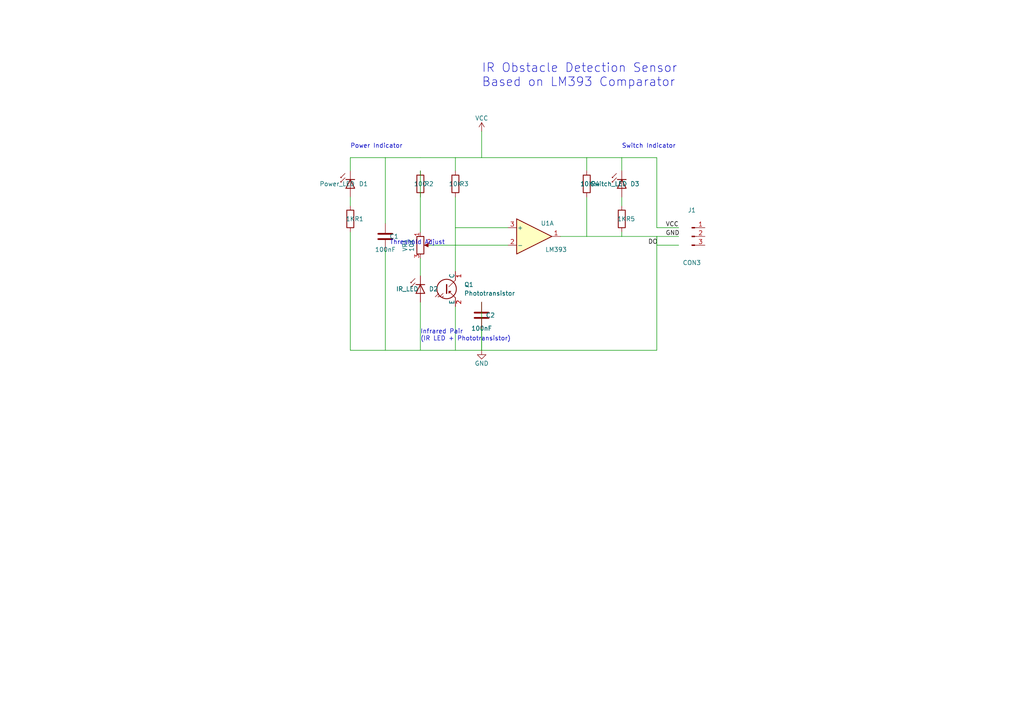
<source format=kicad_sch>
(kicad_sch (version 20231120) (generator "eeschema") (generator_version "8.0")
  (paper "A4")
  (title_block (title "IR Obstacle Detection Sensor") (date "2026-01-29") (company ""))
  (lib_symbols
    (symbol "Device:R" (pin_numbers hide) (pin_names (offset 0))
      (property "Reference" "R" (at 2.032 0 90))
      (property "Value" "R" (at 0 0 90))
      (symbol "R_0_1"
        (rectangle (start -1.016 -2.54) (end 1.016 2.54) (stroke (width 0.254)))
      )
      (symbol "R_1_1"
        (pin passive line (at 0 3.81 270) (length 1.27) (name "~") (number "1"))
        (pin passive line (at 0 -3.81 90) (length 1.27) (name "~") (number "2"))
      )
    )
    (symbol "Device:R_POT" (pin_names (offset 1.016) hide)
      (property "Reference" "VR" (at -4.445 0 90))
      (property "Value" "R_POT" (at -2.54 0 90))
      (symbol "R_POT_0_1"
        (polyline (pts (xy 2.54 0) (xy 1.524 0)))
        (polyline (pts (xy 1.143 0) (xy 2.286 0.508) (xy 2.286 -0.508) (xy 1.143 0)) (fill (type outline)))
        (rectangle (start 1.016 2.54) (end -1.016 -2.54) (stroke (width 0.254)))
      )
      (symbol "R_POT_1_1"
        (pin passive line (at 0 3.81 270) (length 1.27) (name "1") (number "1"))
        (pin passive line (at 2.54 0 180) (length 0) (name "2") (number "2"))
        (pin passive line (at 0 -3.81 90) (length 1.27) (name "3") (number "3"))
      )
    )
    (symbol "Device:C" (pin_numbers hide) (pin_names (offset 0.254))
      (property "Reference" "C" (at 0.635 2.54 0))
      (property "Value" "C" (at 0.635 -2.54 0))
      (symbol "C_0_1"
        (polyline (pts (xy -2.032 -0.762) (xy 2.032 -0.762)) (stroke (width 0.508)))
        (polyline (pts (xy -2.032 0.762) (xy 2.032 0.762)) (stroke (width 0.508)))
      )
      (symbol "C_1_1"
        (pin passive line (at 0 3.81 270) (length 2.794) (name "~") (number "1"))
        (pin passive line (at 0 -3.81 90) (length 2.794) (name "~") (number "2"))
      )
    )
    (symbol "Device:LED" (pin_numbers hide) (pin_names (offset 1.016) hide)
      (property "Reference" "D" (at 0 2.54 0))
      (property "Value" "LED" (at 0 -2.54 0))
      (symbol "LED_0_1"
        (polyline (pts (xy -1.27 -1.27) (xy -1.27 1.27)) (stroke (width 0.254)))
        (polyline (pts (xy -1.27 0) (xy 1.27 0)))
        (polyline (pts (xy 1.27 -1.27) (xy 1.27 1.27) (xy -1.27 0) (xy 1.27 -1.27)) (stroke (width 0.254)))
        (polyline (pts (xy -3.048 -1.524) (xy -1.778 -2.794)))
        (polyline (pts (xy -1.778 -1.524) (xy -0.508 -2.794)))
        (polyline (pts (xy -2.032 -2.794) (xy -1.778 -2.794) (xy -1.778 -2.54)))
        (polyline (pts (xy -0.762 -2.794) (xy -0.508 -2.794) (xy -0.508 -2.54)))
      )
      (symbol "LED_1_1"
        (pin passive line (at -3.81 0 0) (length 2.54) (name "K") (number "1"))
        (pin passive line (at 3.81 0 180) (length 2.54) (name "A") (number "2"))
      )
    )
    (symbol "Comparator:LM393" (pin_names (offset 0.127))
      (property "Reference" "U" (at 3.81 3.81 0))
      (property "Value" "LM393" (at 6.35 -3.81 0))
      (symbol "LM393_1_1"
        (polyline (pts (xy -5.08 5.08) (xy -5.08 -5.08) (xy 5.08 0) (xy -5.08 5.08)) (stroke (width 0.254)) (fill (type background)))
        (pin output line (at 7.62 0 180) (length 2.54) (name "~") (number "1"))
        (pin input line (at -7.62 -2.54 0) (length 2.54) (name "-") (number "2"))
        (pin input line (at -7.62 2.54 0) (length 2.54) (name "+") (number "3"))
      )
      (symbol "LM393_2_1"
        (polyline (pts (xy -5.08 5.08) (xy -5.08 -5.08) (xy 5.08 0) (xy -5.08 5.08)) (stroke (width 0.254)) (fill (type background)))
        (pin input line (at -7.62 2.54 0) (length 2.54) (name "+") (number "5"))
        (pin input line (at -7.62 -2.54 0) (length 2.54) (name "-") (number "6"))
        (pin output line (at 7.62 0 180) (length 2.54) (name "~") (number "7"))
      )
      (symbol "LM393_3_1"
        (pin power_in line (at -2.54 -7.62 90) (length 3.81) (name "V-") (number "4"))
        (pin power_in line (at -2.54 7.62 270) (length 3.81) (name "V+") (number "8"))
      )
    )
    (symbol "Connector:Conn_01x03_Pin" (pin_names (offset 1.016) hide)
      (property "Reference" "J" (at 0 5.08 0))
      (property "Value" "Conn_01x03_Pin" (at 0 -5.08 0))
      (symbol "Conn_01x03_Pin_1_1"
        (polyline (pts (xy 1.27 -2.54) (xy 0.8636 -2.54)) (stroke (width 0.1524)))
        (polyline (pts (xy 1.27 0) (xy 0.8636 0)) (stroke (width 0.1524)))
        (polyline (pts (xy 1.27 2.54) (xy 0.8636 2.54)) (stroke (width 0.1524)))
        (rectangle (start 0.8636 -2.413) (end 0 -2.667) (stroke (width 0.1524)) (fill (type outline)))
        (rectangle (start 0.8636 0.127) (end 0 -0.127) (stroke (width 0.1524)) (fill (type outline)))
        (rectangle (start 0.8636 2.667) (end 0 2.413) (stroke (width 0.1524)) (fill (type outline)))
        (pin passive line (at 3.81 2.54 180) (length 2.54) (name "Pin_1") (number "1"))
        (pin passive line (at 3.81 0 180) (length 2.54) (name "Pin_2") (number "2"))
        (pin passive line (at 3.81 -2.54 180) (length 2.54) (name "Pin_3") (number "3"))
      )
    )
    (symbol "Device:Q_Photo_NPN" (pin_names (offset 0))
      (property "Reference" "Q" (at 5.08 1.905 0))
      (property "Value" "Q_Photo_NPN" (at 5.08 0 0))
      (symbol "Q_Photo_NPN_0_1"
        (polyline (pts (xy -2.286 -1.27) (xy -3.302 -2.286)))
        (polyline (pts (xy -1.016 -1.27) (xy -2.032 -2.286)))
        (polyline (pts (xy 0.635 0.635) (xy 2.54 2.54)))
        (polyline (pts (xy 2.286 -2.286) (xy 2.54 -2.54)))
        (polyline (pts (xy 2.54 -2.54) (xy 0.635 -0.635)))
        (polyline (pts (xy -2.54 -2.286) (xy -2.286 -2.286) (xy -2.286 -2.032)))
        (polyline (pts (xy -1.27 -2.286) (xy -1.016 -2.286) (xy -1.016 -2.032)))
        (polyline (pts (xy 0.635 -0.635) (xy 1.27 -0.635) (xy 0.635 -1.27) (xy 0.635 -0.635)) (fill (type outline)))
        (circle (center 0 0) (radius 2.8194) (stroke (width 0.254)))
        (polyline (pts (xy 0 1.27) (xy 0 -1.27)) (stroke (width 0.3556)))
      )
      (symbol "Q_Photo_NPN_1_1"
        (pin passive line (at 2.54 5.08 270) (length 2.54) (name "C") (number "1"))
        (pin passive line (at 2.54 -5.08 90) (length 2.54) (name "E") (number "2"))
      )
    )
    (symbol "power:VCC" (power) (pin_numbers hide) (pin_names (offset 0) hide)
      (property "Value" "VCC" (at 0 3.81 0))
      (symbol "VCC_0_1"
        (polyline (pts (xy -0.762 1.27) (xy 0 2.54)))
        (polyline (pts (xy 0 0) (xy 0 2.54)))
        (polyline (pts (xy 0 2.54) (xy 0.762 1.27)))
      )
      (symbol "VCC_1_1"
        (pin power_in line (at 0 0 90) (length 0) (name "VCC") (number "1"))
      )
    )
    (symbol "power:GND" (power) (pin_numbers hide) (pin_names (offset 0) hide)
      (property "Value" "GND" (at 0 -3.81 0))
      (symbol "GND_0_1"
        (polyline (pts (xy 0 0) (xy 0 -1.27) (xy 1.27 -1.27) (xy 0 -2.54) (xy -1.27 -1.27) (xy 0 -1.27)))
      )
      (symbol "GND_1_1"
        (pin power_in line (at 0 0 270) (length 0) (name "GND") (number "1"))
      )
    )
  )
  (symbol (lib_id "power:VCC") (at 139.7 38.1 0) (unit 1)
    (property "Reference" "#PWR01" (effects hide))
    (property "Value" "VCC" (at 139.7 34.29 0))
  )
  (symbol (lib_id "Device:LED") (at 101.6 53.34 270) (unit 1)
    (property "Reference" "D1" (at 105.41 53.34 90))
    (property "Value" "Power_LED" (at 97.79 53.34 90))
  )
  (symbol (lib_id "Device:R") (at 101.6 63.5 0) (unit 1)
    (property "Reference" "R1" (at 104.14 63.5 0))
    (property "Value" "1K" (at 101.6 63.5 0))
  )
  (symbol (lib_id "Device:C") (at 111.76 68.58 0) (unit 1)
    (property "Reference" "C1" (at 114.3 68.58 0))
    (property "Value" "100nF" (at 111.76 72.39 0))
  )
  (symbol (lib_id "Device:R") (at 121.92 53.34 0) (unit 1)
    (property "Reference" "R2" (at 124.46 53.34 0))
    (property "Value" "100" (at 121.92 53.34 0))
  )
  (symbol (lib_id "Device:R") (at 132.08 53.34 0) (unit 1)
    (property "Reference" "R3" (at 134.62 53.34 0))
    (property "Value" "10K" (at 132.08 53.34 0))
  )
  (symbol (lib_id "Device:R_POT") (at 121.92 71.12 0) (unit 1)
    (property "Reference" "VR1" (at 117.475 71.12 90))
    (property "Value" "10K" (at 119.38 71.12 90))
  )
  (symbol (lib_id "Device:LED") (at 121.92 83.82 270) (unit 1)
    (property "Reference" "D2" (at 125.73 83.82 90))
    (property "Value" "IR_LED" (at 118.11 83.82 90))
  )
  (symbol (lib_id "Device:Q_Photo_NPN") (at 129.54 83.82 0) (unit 1)
    (property "Reference" "Q1" (at 134.62 82.55 0) (effects (justify left)))
    (property "Value" "Phototransistor" (at 134.62 85.09 0) (effects (justify left)))
  )
  (symbol (lib_id "Device:C") (at 139.7 91.44 0) (unit 1)
    (property "Reference" "C2" (at 142.24 91.44 0))
    (property "Value" "100nF" (at 139.7 95.25 0))
  )
  (symbol (lib_id "Comparator:LM393") (at 154.94 68.58 0) (unit 1)
    (property "Reference" "U1" (at 158.75 64.77 0))
    (property "Value" "LM393" (at 161.29 72.39 0))
  )
  (symbol (lib_id "Device:R") (at 170.18 53.34 0) (unit 1)
    (property "Reference" "R4" (at 172.72 53.34 0))
    (property "Value" "10K" (at 170.18 53.34 0))
  )
  (symbol (lib_id "Device:LED") (at 180.34 53.34 270) (unit 1)
    (property "Reference" "D3" (at 184.15 53.34 90))
    (property "Value" "Switch_LED" (at 176.53 53.34 90))
  )
  (symbol (lib_id "Device:R") (at 180.34 63.5 0) (unit 1)
    (property "Reference" "R5" (at 182.88 63.5 0))
    (property "Value" "1K" (at 180.34 63.5 0))
  )
  (symbol (lib_id "Connector:Conn_01x03_Pin") (at 200.66 68.58 0) (unit 1)
    (property "Reference" "J1" (at 200.66 60.96 0))
    (property "Value" "CON3" (at 200.66 76.2 0))
  )
  (symbol (lib_id "power:GND") (at 139.7 101.6 0) (unit 1)
    (property "Reference" "#PWR02" (effects hide))
    (property "Value" "GND" (at 139.7 105.41 0))
  )
  (wire (pts (xy 139.7 38.1) (xy 139.7 45.72)))
  (wire (pts (xy 101.6 45.72) (xy 101.6 49.53)))
  (wire (pts (xy 101.6 57.15) (xy 101.6 59.69)))
  (wire (pts (xy 101.6 67.31) (xy 101.6 101.6)))
  (wire (pts (xy 111.76 64.77) (xy 111.76 45.72)))
  (wire (pts (xy 111.76 72.39) (xy 111.76 101.6)))
  (wire (pts (xy 121.92 49.53) (xy 121.92 57.15)))
  (wire (pts (xy 121.92 57.15) (xy 121.92 67.31)))
  (wire (pts (xy 121.92 74.93) (xy 121.92 80.01)))
  (wire (pts (xy 121.92 87.63) (xy 121.92 101.6)))
  (wire (pts (xy 132.08 49.53) (xy 132.08 45.72)))
  (wire (pts (xy 132.08 57.15) (xy 132.08 66.04)))
  (wire (pts (xy 132.08 66.04) (xy 147.32 66.04)))
  (wire (pts (xy 132.08 78.74) (xy 132.08 66.04)))
  (wire (pts (xy 132.08 88.9) (xy 132.08 101.6)))
  (wire (pts (xy 139.7 87.63) (xy 139.7 101.6)))
  (wire (pts (xy 139.7 95.25) (xy 139.7 101.6)))
  (wire (pts (xy 124.46 71.12) (xy 147.32 71.12)))
  (wire (pts (xy 162.56 68.58) (xy 170.18 68.58)))
  (wire (pts (xy 170.18 49.53) (xy 170.18 45.72)))
  (wire (pts (xy 170.18 57.15) (xy 170.18 68.58)))
  (wire (pts (xy 180.34 45.72) (xy 180.34 49.53)))
  (wire (pts (xy 180.34 57.15) (xy 180.34 59.69)))
  (wire (pts (xy 180.34 67.31) (xy 180.34 68.58)))
  (wire (pts (xy 170.18 68.58) (xy 180.34 68.58)))
  (wire (pts (xy 180.34 68.58) (xy 190.5 68.58)))
  (wire (pts (xy 190.5 68.58) (xy 190.5 71.12)))
  (wire (pts (xy 190.5 71.12) (xy 196.85 71.12)))
  (wire (pts (xy 190.5 45.72) (xy 190.5 66.04)))
  (wire (pts (xy 190.5 66.04) (xy 196.85 66.04)))
  (wire (pts (xy 101.6 45.72) (xy 111.76 45.72)))
  (wire (pts (xy 111.76 45.72) (xy 121.92 45.72)))
  (wire (pts (xy 121.92 45.72) (xy 132.08 45.72)))
  (wire (pts (xy 132.08 45.72) (xy 139.7 45.72)))
  (wire (pts (xy 139.7 45.72) (xy 170.18 45.72)))
  (wire (pts (xy 170.18 45.72) (xy 180.34 45.72)))
  (wire (pts (xy 180.34 45.72) (xy 190.5 45.72)))
  (wire (pts (xy 101.6 101.6) (xy 111.76 101.6)))
  (wire (pts (xy 111.76 101.6) (xy 121.92 101.6)))
  (wire (pts (xy 121.92 101.6) (xy 132.08 101.6)))
  (wire (pts (xy 132.08 101.6) (xy 139.7 101.6)))
  (wire (pts (xy 139.7 101.6) (xy 190.5 101.6)))
  (wire (pts (xy 190.5 101.6) (xy 190.5 68.58)))
  (wire (pts (xy 190.5 68.58) (xy 196.85 68.58)))
  (text "IR Obstacle Detection Sensor\nBased on LM393 Comparator" (at 139.7 25.4 0) (effects (font (size 2.54 2.54)) (justify left bottom)))
  (text "Power Indicator" (at 101.6 43.18 0) (effects (font (size 1.27 1.27)) (justify left bottom)))
  (text "Switch Indicator" (at 180.34 43.18 0) (effects (font (size 1.27 1.27)) (justify left bottom)))
  (text "Infrared Pair\n(IR LED + Phototransistor)" (at 121.92 99.06 0) (effects (font (size 1.27 1.27)) (justify left bottom)))
  (text "Threshold Adjust" (at 113.03 71.12 0) (effects (font (size 1.27 1.27)) (justify left bottom)))
  (label "DO" (at 187.96 71.12 0))
  (label "VCC" (at 193.04 66.04 0))
  (label "GND" (at 193.04 68.58 0))
)
</source>
